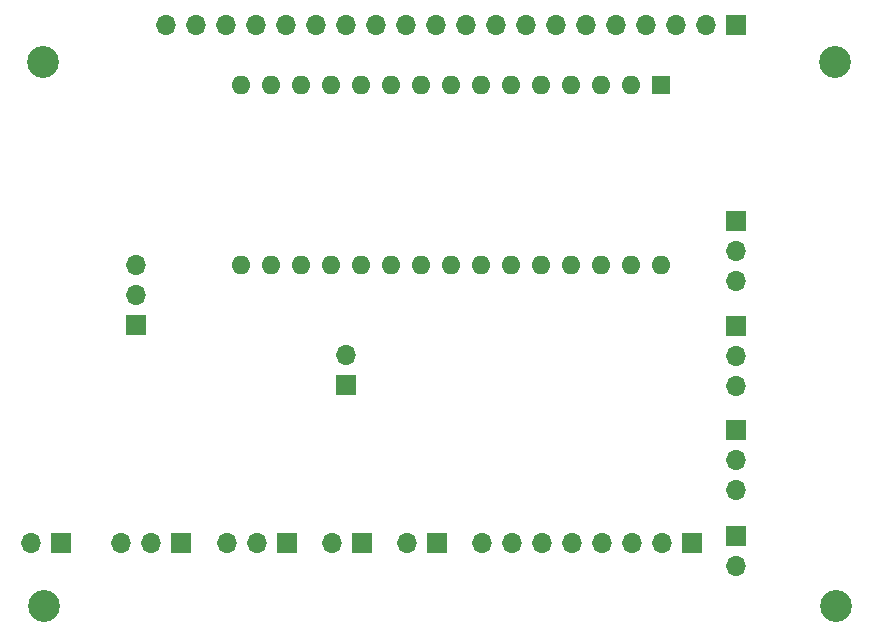
<source format=gbr>
%TF.GenerationSoftware,KiCad,Pcbnew,8.0.4*%
%TF.CreationDate,2025-01-29T09:39:19+01:00*%
%TF.ProjectId,DA_Sender,44415f53-656e-4646-9572-2e6b69636164,rev?*%
%TF.SameCoordinates,Original*%
%TF.FileFunction,Soldermask,Bot*%
%TF.FilePolarity,Negative*%
%FSLAX46Y46*%
G04 Gerber Fmt 4.6, Leading zero omitted, Abs format (unit mm)*
G04 Created by KiCad (PCBNEW 8.0.4) date 2025-01-29 09:39:19*
%MOMM*%
%LPD*%
G01*
G04 APERTURE LIST*
%ADD10C,2.700000*%
%ADD11R,1.700000X1.700000*%
%ADD12O,1.700000X1.700000*%
%ADD13R,1.600000X1.600000*%
%ADD14O,1.600000X1.600000*%
G04 APERTURE END LIST*
D10*
%TO.C,J7*%
X182460095Y-120324362D03*
%TD*%
D11*
%TO.C,SW3*%
X123190000Y-96520000D03*
D12*
X123190000Y-93980000D03*
X123190000Y-91440000D03*
%TD*%
D11*
%TO.C,J4*%
X116845000Y-115005000D03*
D12*
X114305000Y-115005000D03*
%TD*%
D10*
%TO.C,J9*%
X115375333Y-74260901D03*
%TD*%
D12*
%TO.C,J2*%
X139795136Y-115025684D03*
D11*
X142335136Y-115025684D03*
%TD*%
D13*
%TO.C,A1*%
X167640000Y-76200000D03*
D14*
X165100000Y-76200000D03*
X162560000Y-76200000D03*
X160020000Y-76200000D03*
X157480000Y-76200000D03*
X154940000Y-76200000D03*
X152400000Y-76200000D03*
X149860000Y-76200000D03*
X147320000Y-76200000D03*
X144780000Y-76200000D03*
X142240000Y-76200000D03*
X139700000Y-76200000D03*
X137160000Y-76200000D03*
X134620000Y-76200000D03*
X132080000Y-76200000D03*
X132080000Y-91440000D03*
X134620000Y-91440000D03*
X137160000Y-91440000D03*
X139700000Y-91440000D03*
X142240000Y-91440000D03*
X144780000Y-91440000D03*
X147320000Y-91440000D03*
X149860000Y-91440000D03*
X152400000Y-91440000D03*
X154940000Y-91440000D03*
X157480000Y-91440000D03*
X160020000Y-91440000D03*
X162560000Y-91440000D03*
X165100000Y-91440000D03*
X167640000Y-91440000D03*
%TD*%
D10*
%TO.C,J8*%
X182433056Y-74294522D03*
%TD*%
%TO.C,J6*%
X115412964Y-120331118D03*
%TD*%
D11*
%TO.C,SW5*%
X148685136Y-115025684D03*
D12*
X146145136Y-115025684D03*
%TD*%
D11*
%TO.C,SW1*%
X174050720Y-105425000D03*
D12*
X174050720Y-107965000D03*
X174050720Y-110505000D03*
%TD*%
D11*
%TO.C,RV2*%
X174015748Y-96624041D03*
D12*
X174015748Y-99164041D03*
X174015748Y-101704041D03*
%TD*%
D11*
%TO.C,J5*%
X140970000Y-101600000D03*
D12*
X140970000Y-99060000D03*
%TD*%
D11*
%TO.C,SW6*%
X173990000Y-114389041D03*
D12*
X173990000Y-116929041D03*
%TD*%
D11*
%TO.C,J3*%
X173990000Y-71120000D03*
D12*
X171450000Y-71120000D03*
X168910000Y-71120000D03*
X166370000Y-71120000D03*
X163830000Y-71120000D03*
X161290000Y-71120000D03*
X158750000Y-71120000D03*
X156210000Y-71120000D03*
X153670000Y-71120000D03*
X151130000Y-71120000D03*
X148590000Y-71120000D03*
X146050000Y-71120000D03*
X143510000Y-71120000D03*
X140970000Y-71120000D03*
X138430000Y-71120000D03*
X135890000Y-71120000D03*
X133350000Y-71120000D03*
X130810000Y-71120000D03*
X128270000Y-71120000D03*
X125730000Y-71120000D03*
%TD*%
D11*
%TO.C,SW4*%
X127000000Y-114981199D03*
D12*
X124460000Y-114981199D03*
X121920000Y-114981199D03*
%TD*%
D11*
%TO.C,SW2*%
X135980136Y-115005510D03*
D12*
X133440136Y-115005510D03*
X130900136Y-115005510D03*
%TD*%
D11*
%TO.C,RV1*%
X173990000Y-87719041D03*
D12*
X173990000Y-90259041D03*
X173990000Y-92799041D03*
%TD*%
D11*
%TO.C,J1*%
X170270136Y-115025684D03*
D12*
X167730136Y-115025684D03*
X165190136Y-115025684D03*
X162650136Y-115025684D03*
X160110136Y-115025684D03*
X157570136Y-115025684D03*
X155030136Y-115025684D03*
X152490136Y-115025684D03*
%TD*%
M02*

</source>
